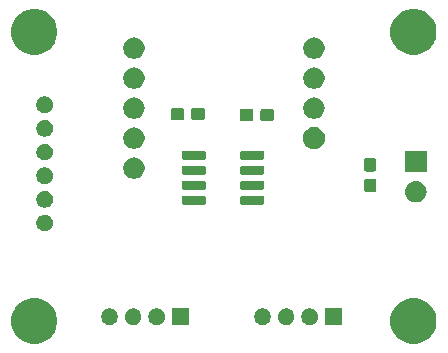
<source format=gbs>
G04 #@! TF.GenerationSoftware,KiCad,Pcbnew,(5.1.2)-1*
G04 #@! TF.CreationDate,2020-12-05T19:35:51+09:00*
G04 #@! TF.ProjectId,M5Atom_CAN,4d354174-6f6d-45f4-9341-4e2e6b696361,rev?*
G04 #@! TF.SameCoordinates,Original*
G04 #@! TF.FileFunction,Soldermask,Bot*
G04 #@! TF.FilePolarity,Negative*
%FSLAX46Y46*%
G04 Gerber Fmt 4.6, Leading zero omitted, Abs format (unit mm)*
G04 Created by KiCad (PCBNEW (5.1.2)-1) date 2020-12-05 19:35:51*
%MOMM*%
%LPD*%
G04 APERTURE LIST*
%ADD10C,0.100000*%
G04 APERTURE END LIST*
D10*
G36*
X166733085Y-134823975D02*
G01*
X167088143Y-134971045D01*
X167088145Y-134971046D01*
X167407690Y-135184559D01*
X167679441Y-135456310D01*
X167815501Y-135659939D01*
X167892955Y-135775857D01*
X168040025Y-136130915D01*
X168115000Y-136507842D01*
X168115000Y-136892158D01*
X168040025Y-137269085D01*
X167892955Y-137624143D01*
X167892954Y-137624145D01*
X167679441Y-137943690D01*
X167407690Y-138215441D01*
X167088145Y-138428954D01*
X167088144Y-138428955D01*
X167088143Y-138428955D01*
X166733085Y-138576025D01*
X166356158Y-138651000D01*
X165971842Y-138651000D01*
X165594915Y-138576025D01*
X165239857Y-138428955D01*
X165239856Y-138428955D01*
X165239855Y-138428954D01*
X164920310Y-138215441D01*
X164648559Y-137943690D01*
X164435046Y-137624145D01*
X164435045Y-137624143D01*
X164287975Y-137269085D01*
X164213000Y-136892158D01*
X164213000Y-136507842D01*
X164287975Y-136130915D01*
X164435045Y-135775857D01*
X164512499Y-135659939D01*
X164648559Y-135456310D01*
X164920310Y-135184559D01*
X165239855Y-134971046D01*
X165239857Y-134971045D01*
X165594915Y-134823975D01*
X165971842Y-134749000D01*
X166356158Y-134749000D01*
X166733085Y-134823975D01*
X166733085Y-134823975D01*
G37*
G36*
X134633085Y-134823975D02*
G01*
X134988143Y-134971045D01*
X134988145Y-134971046D01*
X135307690Y-135184559D01*
X135579441Y-135456310D01*
X135715501Y-135659939D01*
X135792955Y-135775857D01*
X135940025Y-136130915D01*
X136015000Y-136507842D01*
X136015000Y-136892158D01*
X135940025Y-137269085D01*
X135792955Y-137624143D01*
X135792954Y-137624145D01*
X135579441Y-137943690D01*
X135307690Y-138215441D01*
X134988145Y-138428954D01*
X134988144Y-138428955D01*
X134988143Y-138428955D01*
X134633085Y-138576025D01*
X134256158Y-138651000D01*
X133871842Y-138651000D01*
X133494915Y-138576025D01*
X133139857Y-138428955D01*
X133139856Y-138428955D01*
X133139855Y-138428954D01*
X132820310Y-138215441D01*
X132548559Y-137943690D01*
X132335046Y-137624145D01*
X132335045Y-137624143D01*
X132187975Y-137269085D01*
X132113000Y-136892158D01*
X132113000Y-136507842D01*
X132187975Y-136130915D01*
X132335045Y-135775857D01*
X132412499Y-135659939D01*
X132548559Y-135456310D01*
X132820310Y-135184559D01*
X133139855Y-134971046D01*
X133139857Y-134971045D01*
X133494915Y-134823975D01*
X133871842Y-134749000D01*
X134256158Y-134749000D01*
X134633085Y-134823975D01*
X134633085Y-134823975D01*
G37*
G36*
X147132000Y-137035000D02*
G01*
X145730000Y-137035000D01*
X145730000Y-135633000D01*
X147132000Y-135633000D01*
X147132000Y-137035000D01*
X147132000Y-137035000D01*
G37*
G36*
X144635473Y-135659938D02*
G01*
X144763049Y-135712782D01*
X144877859Y-135789495D01*
X144975505Y-135887141D01*
X145052218Y-136001951D01*
X145105062Y-136129527D01*
X145132000Y-136264956D01*
X145132000Y-136403044D01*
X145105062Y-136538473D01*
X145052218Y-136666049D01*
X144975505Y-136780859D01*
X144877859Y-136878505D01*
X144763049Y-136955218D01*
X144635473Y-137008062D01*
X144500044Y-137035000D01*
X144361956Y-137035000D01*
X144226527Y-137008062D01*
X144098951Y-136955218D01*
X143984141Y-136878505D01*
X143886495Y-136780859D01*
X143809782Y-136666049D01*
X143756938Y-136538473D01*
X143730000Y-136403044D01*
X143730000Y-136264956D01*
X143756938Y-136129527D01*
X143809782Y-136001951D01*
X143886495Y-135887141D01*
X143984141Y-135789495D01*
X144098951Y-135712782D01*
X144226527Y-135659938D01*
X144361956Y-135633000D01*
X144500044Y-135633000D01*
X144635473Y-135659938D01*
X144635473Y-135659938D01*
G37*
G36*
X142635473Y-135659938D02*
G01*
X142763049Y-135712782D01*
X142877859Y-135789495D01*
X142975505Y-135887141D01*
X143052218Y-136001951D01*
X143105062Y-136129527D01*
X143132000Y-136264956D01*
X143132000Y-136403044D01*
X143105062Y-136538473D01*
X143052218Y-136666049D01*
X142975505Y-136780859D01*
X142877859Y-136878505D01*
X142763049Y-136955218D01*
X142635473Y-137008062D01*
X142500044Y-137035000D01*
X142361956Y-137035000D01*
X142226527Y-137008062D01*
X142098951Y-136955218D01*
X141984141Y-136878505D01*
X141886495Y-136780859D01*
X141809782Y-136666049D01*
X141756938Y-136538473D01*
X141730000Y-136403044D01*
X141730000Y-136264956D01*
X141756938Y-136129527D01*
X141809782Y-136001951D01*
X141886495Y-135887141D01*
X141984141Y-135789495D01*
X142098951Y-135712782D01*
X142226527Y-135659938D01*
X142361956Y-135633000D01*
X142500044Y-135633000D01*
X142635473Y-135659938D01*
X142635473Y-135659938D01*
G37*
G36*
X140635473Y-135659938D02*
G01*
X140763049Y-135712782D01*
X140877859Y-135789495D01*
X140975505Y-135887141D01*
X141052218Y-136001951D01*
X141105062Y-136129527D01*
X141132000Y-136264956D01*
X141132000Y-136403044D01*
X141105062Y-136538473D01*
X141052218Y-136666049D01*
X140975505Y-136780859D01*
X140877859Y-136878505D01*
X140763049Y-136955218D01*
X140635473Y-137008062D01*
X140500044Y-137035000D01*
X140361956Y-137035000D01*
X140226527Y-137008062D01*
X140098951Y-136955218D01*
X139984141Y-136878505D01*
X139886495Y-136780859D01*
X139809782Y-136666049D01*
X139756938Y-136538473D01*
X139730000Y-136403044D01*
X139730000Y-136264956D01*
X139756938Y-136129527D01*
X139809782Y-136001951D01*
X139886495Y-135887141D01*
X139984141Y-135789495D01*
X140098951Y-135712782D01*
X140226527Y-135659938D01*
X140361956Y-135633000D01*
X140500044Y-135633000D01*
X140635473Y-135659938D01*
X140635473Y-135659938D01*
G37*
G36*
X160086000Y-137035000D02*
G01*
X158684000Y-137035000D01*
X158684000Y-135633000D01*
X160086000Y-135633000D01*
X160086000Y-137035000D01*
X160086000Y-137035000D01*
G37*
G36*
X157589473Y-135659938D02*
G01*
X157717049Y-135712782D01*
X157831859Y-135789495D01*
X157929505Y-135887141D01*
X158006218Y-136001951D01*
X158059062Y-136129527D01*
X158086000Y-136264956D01*
X158086000Y-136403044D01*
X158059062Y-136538473D01*
X158006218Y-136666049D01*
X157929505Y-136780859D01*
X157831859Y-136878505D01*
X157717049Y-136955218D01*
X157589473Y-137008062D01*
X157454044Y-137035000D01*
X157315956Y-137035000D01*
X157180527Y-137008062D01*
X157052951Y-136955218D01*
X156938141Y-136878505D01*
X156840495Y-136780859D01*
X156763782Y-136666049D01*
X156710938Y-136538473D01*
X156684000Y-136403044D01*
X156684000Y-136264956D01*
X156710938Y-136129527D01*
X156763782Y-136001951D01*
X156840495Y-135887141D01*
X156938141Y-135789495D01*
X157052951Y-135712782D01*
X157180527Y-135659938D01*
X157315956Y-135633000D01*
X157454044Y-135633000D01*
X157589473Y-135659938D01*
X157589473Y-135659938D01*
G37*
G36*
X155589473Y-135659938D02*
G01*
X155717049Y-135712782D01*
X155831859Y-135789495D01*
X155929505Y-135887141D01*
X156006218Y-136001951D01*
X156059062Y-136129527D01*
X156086000Y-136264956D01*
X156086000Y-136403044D01*
X156059062Y-136538473D01*
X156006218Y-136666049D01*
X155929505Y-136780859D01*
X155831859Y-136878505D01*
X155717049Y-136955218D01*
X155589473Y-137008062D01*
X155454044Y-137035000D01*
X155315956Y-137035000D01*
X155180527Y-137008062D01*
X155052951Y-136955218D01*
X154938141Y-136878505D01*
X154840495Y-136780859D01*
X154763782Y-136666049D01*
X154710938Y-136538473D01*
X154684000Y-136403044D01*
X154684000Y-136264956D01*
X154710938Y-136129527D01*
X154763782Y-136001951D01*
X154840495Y-135887141D01*
X154938141Y-135789495D01*
X155052951Y-135712782D01*
X155180527Y-135659938D01*
X155315956Y-135633000D01*
X155454044Y-135633000D01*
X155589473Y-135659938D01*
X155589473Y-135659938D01*
G37*
G36*
X153589473Y-135659938D02*
G01*
X153717049Y-135712782D01*
X153831859Y-135789495D01*
X153929505Y-135887141D01*
X154006218Y-136001951D01*
X154059062Y-136129527D01*
X154086000Y-136264956D01*
X154086000Y-136403044D01*
X154059062Y-136538473D01*
X154006218Y-136666049D01*
X153929505Y-136780859D01*
X153831859Y-136878505D01*
X153717049Y-136955218D01*
X153589473Y-137008062D01*
X153454044Y-137035000D01*
X153315956Y-137035000D01*
X153180527Y-137008062D01*
X153052951Y-136955218D01*
X152938141Y-136878505D01*
X152840495Y-136780859D01*
X152763782Y-136666049D01*
X152710938Y-136538473D01*
X152684000Y-136403044D01*
X152684000Y-136264956D01*
X152710938Y-136129527D01*
X152763782Y-136001951D01*
X152840495Y-135887141D01*
X152938141Y-135789495D01*
X153052951Y-135712782D01*
X153180527Y-135659938D01*
X153315956Y-135633000D01*
X153454044Y-135633000D01*
X153589473Y-135659938D01*
X153589473Y-135659938D01*
G37*
G36*
X135142473Y-127722938D02*
G01*
X135270049Y-127775782D01*
X135384859Y-127852495D01*
X135482505Y-127950141D01*
X135559218Y-128064951D01*
X135612062Y-128192527D01*
X135639000Y-128327956D01*
X135639000Y-128466044D01*
X135612062Y-128601473D01*
X135559218Y-128729049D01*
X135482505Y-128843859D01*
X135384859Y-128941505D01*
X135270049Y-129018218D01*
X135142473Y-129071062D01*
X135007044Y-129098000D01*
X134868956Y-129098000D01*
X134733527Y-129071062D01*
X134605951Y-129018218D01*
X134491141Y-128941505D01*
X134393495Y-128843859D01*
X134316782Y-128729049D01*
X134263938Y-128601473D01*
X134237000Y-128466044D01*
X134237000Y-128327956D01*
X134263938Y-128192527D01*
X134316782Y-128064951D01*
X134393495Y-127950141D01*
X134491141Y-127852495D01*
X134605951Y-127775782D01*
X134733527Y-127722938D01*
X134868956Y-127696000D01*
X135007044Y-127696000D01*
X135142473Y-127722938D01*
X135142473Y-127722938D01*
G37*
G36*
X135142473Y-125722938D02*
G01*
X135270049Y-125775782D01*
X135384859Y-125852495D01*
X135482505Y-125950141D01*
X135559218Y-126064951D01*
X135612062Y-126192527D01*
X135639000Y-126327956D01*
X135639000Y-126466044D01*
X135612062Y-126601473D01*
X135559218Y-126729049D01*
X135482505Y-126843859D01*
X135384859Y-126941505D01*
X135270049Y-127018218D01*
X135142473Y-127071062D01*
X135007044Y-127098000D01*
X134868956Y-127098000D01*
X134733527Y-127071062D01*
X134605951Y-127018218D01*
X134491141Y-126941505D01*
X134393495Y-126843859D01*
X134316782Y-126729049D01*
X134263938Y-126601473D01*
X134237000Y-126466044D01*
X134237000Y-126327956D01*
X134263938Y-126192527D01*
X134316782Y-126064951D01*
X134393495Y-125950141D01*
X134491141Y-125852495D01*
X134605951Y-125775782D01*
X134733527Y-125722938D01*
X134868956Y-125696000D01*
X135007044Y-125696000D01*
X135142473Y-125722938D01*
X135142473Y-125722938D01*
G37*
G36*
X148509928Y-126143764D02*
G01*
X148531009Y-126150160D01*
X148550445Y-126160548D01*
X148567476Y-126174524D01*
X148581452Y-126191555D01*
X148591840Y-126210991D01*
X148598236Y-126232072D01*
X148601000Y-126260140D01*
X148601000Y-126723860D01*
X148598236Y-126751928D01*
X148591840Y-126773009D01*
X148581452Y-126792445D01*
X148567476Y-126809476D01*
X148550445Y-126823452D01*
X148531009Y-126833840D01*
X148509928Y-126840236D01*
X148481860Y-126843000D01*
X146668140Y-126843000D01*
X146640072Y-126840236D01*
X146618991Y-126833840D01*
X146599555Y-126823452D01*
X146582524Y-126809476D01*
X146568548Y-126792445D01*
X146558160Y-126773009D01*
X146551764Y-126751928D01*
X146549000Y-126723860D01*
X146549000Y-126260140D01*
X146551764Y-126232072D01*
X146558160Y-126210991D01*
X146568548Y-126191555D01*
X146582524Y-126174524D01*
X146599555Y-126160548D01*
X146618991Y-126150160D01*
X146640072Y-126143764D01*
X146668140Y-126141000D01*
X148481860Y-126141000D01*
X148509928Y-126143764D01*
X148509928Y-126143764D01*
G37*
G36*
X153459928Y-126143764D02*
G01*
X153481009Y-126150160D01*
X153500445Y-126160548D01*
X153517476Y-126174524D01*
X153531452Y-126191555D01*
X153541840Y-126210991D01*
X153548236Y-126232072D01*
X153551000Y-126260140D01*
X153551000Y-126723860D01*
X153548236Y-126751928D01*
X153541840Y-126773009D01*
X153531452Y-126792445D01*
X153517476Y-126809476D01*
X153500445Y-126823452D01*
X153481009Y-126833840D01*
X153459928Y-126840236D01*
X153431860Y-126843000D01*
X151618140Y-126843000D01*
X151590072Y-126840236D01*
X151568991Y-126833840D01*
X151549555Y-126823452D01*
X151532524Y-126809476D01*
X151518548Y-126792445D01*
X151508160Y-126773009D01*
X151501764Y-126751928D01*
X151499000Y-126723860D01*
X151499000Y-126260140D01*
X151501764Y-126232072D01*
X151508160Y-126210991D01*
X151518548Y-126191555D01*
X151532524Y-126174524D01*
X151549555Y-126160548D01*
X151568991Y-126150160D01*
X151590072Y-126143764D01*
X151618140Y-126141000D01*
X153431860Y-126141000D01*
X153459928Y-126143764D01*
X153459928Y-126143764D01*
G37*
G36*
X166480443Y-124860519D02*
G01*
X166546627Y-124867037D01*
X166716466Y-124918557D01*
X166872991Y-125002222D01*
X166892482Y-125018218D01*
X167010186Y-125114814D01*
X167093448Y-125216271D01*
X167122778Y-125252009D01*
X167206443Y-125408534D01*
X167257963Y-125578373D01*
X167275359Y-125755000D01*
X167257963Y-125931627D01*
X167217519Y-126064952D01*
X167206442Y-126101468D01*
X167183834Y-126143764D01*
X167122778Y-126257991D01*
X167121014Y-126260140D01*
X167010186Y-126395186D01*
X166923846Y-126466042D01*
X166872991Y-126507778D01*
X166716466Y-126591443D01*
X166546627Y-126642963D01*
X166480443Y-126649481D01*
X166414260Y-126656000D01*
X166325740Y-126656000D01*
X166259557Y-126649481D01*
X166193373Y-126642963D01*
X166023534Y-126591443D01*
X165867009Y-126507778D01*
X165816154Y-126466042D01*
X165729814Y-126395186D01*
X165618986Y-126260140D01*
X165617222Y-126257991D01*
X165556166Y-126143764D01*
X165533558Y-126101468D01*
X165522481Y-126064952D01*
X165482037Y-125931627D01*
X165464641Y-125755000D01*
X165482037Y-125578373D01*
X165533557Y-125408534D01*
X165617222Y-125252009D01*
X165646552Y-125216271D01*
X165729814Y-125114814D01*
X165847518Y-125018218D01*
X165867009Y-125002222D01*
X166023534Y-124918557D01*
X166193373Y-124867037D01*
X166259557Y-124860519D01*
X166325740Y-124854000D01*
X166414260Y-124854000D01*
X166480443Y-124860519D01*
X166480443Y-124860519D01*
G37*
G36*
X162860999Y-124650445D02*
G01*
X162898495Y-124661820D01*
X162933054Y-124680292D01*
X162963347Y-124705153D01*
X162988208Y-124735446D01*
X163006680Y-124770005D01*
X163018055Y-124807501D01*
X163022500Y-124852638D01*
X163022500Y-125591362D01*
X163018055Y-125636499D01*
X163006680Y-125673995D01*
X162988208Y-125708554D01*
X162963347Y-125738847D01*
X162933054Y-125763708D01*
X162898495Y-125782180D01*
X162860999Y-125793555D01*
X162815862Y-125798000D01*
X162177138Y-125798000D01*
X162132001Y-125793555D01*
X162094505Y-125782180D01*
X162059946Y-125763708D01*
X162029653Y-125738847D01*
X162004792Y-125708554D01*
X161986320Y-125673995D01*
X161974945Y-125636499D01*
X161970500Y-125591362D01*
X161970500Y-124852638D01*
X161974945Y-124807501D01*
X161986320Y-124770005D01*
X162004792Y-124735446D01*
X162029653Y-124705153D01*
X162059946Y-124680292D01*
X162094505Y-124661820D01*
X162132001Y-124650445D01*
X162177138Y-124646000D01*
X162815862Y-124646000D01*
X162860999Y-124650445D01*
X162860999Y-124650445D01*
G37*
G36*
X148509928Y-124873764D02*
G01*
X148531009Y-124880160D01*
X148550445Y-124890548D01*
X148567476Y-124904524D01*
X148581452Y-124921555D01*
X148591840Y-124940991D01*
X148598236Y-124962072D01*
X148601000Y-124990140D01*
X148601000Y-125453860D01*
X148598236Y-125481928D01*
X148591840Y-125503009D01*
X148581452Y-125522445D01*
X148567476Y-125539476D01*
X148550445Y-125553452D01*
X148531009Y-125563840D01*
X148509928Y-125570236D01*
X148481860Y-125573000D01*
X146668140Y-125573000D01*
X146640072Y-125570236D01*
X146618991Y-125563840D01*
X146599555Y-125553452D01*
X146582524Y-125539476D01*
X146568548Y-125522445D01*
X146558160Y-125503009D01*
X146551764Y-125481928D01*
X146549000Y-125453860D01*
X146549000Y-124990140D01*
X146551764Y-124962072D01*
X146558160Y-124940991D01*
X146568548Y-124921555D01*
X146582524Y-124904524D01*
X146599555Y-124890548D01*
X146618991Y-124880160D01*
X146640072Y-124873764D01*
X146668140Y-124871000D01*
X148481860Y-124871000D01*
X148509928Y-124873764D01*
X148509928Y-124873764D01*
G37*
G36*
X153459928Y-124873764D02*
G01*
X153481009Y-124880160D01*
X153500445Y-124890548D01*
X153517476Y-124904524D01*
X153531452Y-124921555D01*
X153541840Y-124940991D01*
X153548236Y-124962072D01*
X153551000Y-124990140D01*
X153551000Y-125453860D01*
X153548236Y-125481928D01*
X153541840Y-125503009D01*
X153531452Y-125522445D01*
X153517476Y-125539476D01*
X153500445Y-125553452D01*
X153481009Y-125563840D01*
X153459928Y-125570236D01*
X153431860Y-125573000D01*
X151618140Y-125573000D01*
X151590072Y-125570236D01*
X151568991Y-125563840D01*
X151549555Y-125553452D01*
X151532524Y-125539476D01*
X151518548Y-125522445D01*
X151508160Y-125503009D01*
X151501764Y-125481928D01*
X151499000Y-125453860D01*
X151499000Y-124990140D01*
X151501764Y-124962072D01*
X151508160Y-124940991D01*
X151518548Y-124921555D01*
X151532524Y-124904524D01*
X151549555Y-124890548D01*
X151568991Y-124880160D01*
X151590072Y-124873764D01*
X151618140Y-124871000D01*
X153431860Y-124871000D01*
X153459928Y-124873764D01*
X153459928Y-124873764D01*
G37*
G36*
X135142473Y-123722938D02*
G01*
X135270049Y-123775782D01*
X135384859Y-123852495D01*
X135482505Y-123950141D01*
X135559218Y-124064951D01*
X135612062Y-124192527D01*
X135639000Y-124327956D01*
X135639000Y-124466044D01*
X135612062Y-124601473D01*
X135559218Y-124729049D01*
X135482505Y-124843859D01*
X135384859Y-124941505D01*
X135270049Y-125018218D01*
X135142473Y-125071062D01*
X135007044Y-125098000D01*
X134868956Y-125098000D01*
X134733527Y-125071062D01*
X134605951Y-125018218D01*
X134491141Y-124941505D01*
X134393495Y-124843859D01*
X134316782Y-124729049D01*
X134263938Y-124601473D01*
X134237000Y-124466044D01*
X134237000Y-124327956D01*
X134263938Y-124192527D01*
X134316782Y-124064951D01*
X134393495Y-123950141D01*
X134491141Y-123852495D01*
X134605951Y-123775782D01*
X134733527Y-123722938D01*
X134868956Y-123696000D01*
X135007044Y-123696000D01*
X135142473Y-123722938D01*
X135142473Y-123722938D01*
G37*
G36*
X142607512Y-122865927D02*
G01*
X142756812Y-122895624D01*
X142920784Y-122963544D01*
X143068354Y-123062147D01*
X143193853Y-123187646D01*
X143292456Y-123335216D01*
X143360376Y-123499188D01*
X143395000Y-123673259D01*
X143395000Y-123850741D01*
X143360376Y-124024812D01*
X143292456Y-124188784D01*
X143193853Y-124336354D01*
X143068354Y-124461853D01*
X142920784Y-124560456D01*
X142756812Y-124628376D01*
X142607512Y-124658073D01*
X142582742Y-124663000D01*
X142405258Y-124663000D01*
X142380488Y-124658073D01*
X142231188Y-124628376D01*
X142067216Y-124560456D01*
X141919646Y-124461853D01*
X141794147Y-124336354D01*
X141695544Y-124188784D01*
X141627624Y-124024812D01*
X141593000Y-123850741D01*
X141593000Y-123673259D01*
X141627624Y-123499188D01*
X141695544Y-123335216D01*
X141794147Y-123187646D01*
X141919646Y-123062147D01*
X142067216Y-122963544D01*
X142231188Y-122895624D01*
X142380488Y-122865927D01*
X142405258Y-122861000D01*
X142582742Y-122861000D01*
X142607512Y-122865927D01*
X142607512Y-122865927D01*
G37*
G36*
X153459928Y-123603764D02*
G01*
X153481009Y-123610160D01*
X153500445Y-123620548D01*
X153517476Y-123634524D01*
X153531452Y-123651555D01*
X153541840Y-123670991D01*
X153548236Y-123692072D01*
X153551000Y-123720140D01*
X153551000Y-124183860D01*
X153548236Y-124211928D01*
X153541840Y-124233009D01*
X153531452Y-124252445D01*
X153517476Y-124269476D01*
X153500445Y-124283452D01*
X153481009Y-124293840D01*
X153459928Y-124300236D01*
X153431860Y-124303000D01*
X151618140Y-124303000D01*
X151590072Y-124300236D01*
X151568991Y-124293840D01*
X151549555Y-124283452D01*
X151532524Y-124269476D01*
X151518548Y-124252445D01*
X151508160Y-124233009D01*
X151501764Y-124211928D01*
X151499000Y-124183860D01*
X151499000Y-123720140D01*
X151501764Y-123692072D01*
X151508160Y-123670991D01*
X151518548Y-123651555D01*
X151532524Y-123634524D01*
X151549555Y-123620548D01*
X151568991Y-123610160D01*
X151590072Y-123603764D01*
X151618140Y-123601000D01*
X153431860Y-123601000D01*
X153459928Y-123603764D01*
X153459928Y-123603764D01*
G37*
G36*
X148509928Y-123603764D02*
G01*
X148531009Y-123610160D01*
X148550445Y-123620548D01*
X148567476Y-123634524D01*
X148581452Y-123651555D01*
X148591840Y-123670991D01*
X148598236Y-123692072D01*
X148601000Y-123720140D01*
X148601000Y-124183860D01*
X148598236Y-124211928D01*
X148591840Y-124233009D01*
X148581452Y-124252445D01*
X148567476Y-124269476D01*
X148550445Y-124283452D01*
X148531009Y-124293840D01*
X148509928Y-124300236D01*
X148481860Y-124303000D01*
X146668140Y-124303000D01*
X146640072Y-124300236D01*
X146618991Y-124293840D01*
X146599555Y-124283452D01*
X146582524Y-124269476D01*
X146568548Y-124252445D01*
X146558160Y-124233009D01*
X146551764Y-124211928D01*
X146549000Y-124183860D01*
X146549000Y-123720140D01*
X146551764Y-123692072D01*
X146558160Y-123670991D01*
X146568548Y-123651555D01*
X146582524Y-123634524D01*
X146599555Y-123620548D01*
X146618991Y-123610160D01*
X146640072Y-123603764D01*
X146668140Y-123601000D01*
X148481860Y-123601000D01*
X148509928Y-123603764D01*
X148509928Y-123603764D01*
G37*
G36*
X167271000Y-124116000D02*
G01*
X165469000Y-124116000D01*
X165469000Y-122314000D01*
X167271000Y-122314000D01*
X167271000Y-124116000D01*
X167271000Y-124116000D01*
G37*
G36*
X162860999Y-122900445D02*
G01*
X162898495Y-122911820D01*
X162933054Y-122930292D01*
X162963347Y-122955153D01*
X162988208Y-122985446D01*
X163006680Y-123020005D01*
X163018055Y-123057501D01*
X163022500Y-123102638D01*
X163022500Y-123841362D01*
X163018055Y-123886499D01*
X163006680Y-123923995D01*
X162988208Y-123958554D01*
X162963347Y-123988847D01*
X162933054Y-124013708D01*
X162898495Y-124032180D01*
X162860999Y-124043555D01*
X162815862Y-124048000D01*
X162177138Y-124048000D01*
X162132001Y-124043555D01*
X162094505Y-124032180D01*
X162059946Y-124013708D01*
X162029653Y-123988847D01*
X162004792Y-123958554D01*
X161986320Y-123923995D01*
X161974945Y-123886499D01*
X161970500Y-123841362D01*
X161970500Y-123102638D01*
X161974945Y-123057501D01*
X161986320Y-123020005D01*
X162004792Y-122985446D01*
X162029653Y-122955153D01*
X162059946Y-122930292D01*
X162094505Y-122911820D01*
X162132001Y-122900445D01*
X162177138Y-122896000D01*
X162815862Y-122896000D01*
X162860999Y-122900445D01*
X162860999Y-122900445D01*
G37*
G36*
X135142473Y-121722938D02*
G01*
X135270049Y-121775782D01*
X135384859Y-121852495D01*
X135482505Y-121950141D01*
X135559218Y-122064951D01*
X135612062Y-122192527D01*
X135639000Y-122327956D01*
X135639000Y-122466044D01*
X135612062Y-122601473D01*
X135559218Y-122729049D01*
X135482505Y-122843859D01*
X135384859Y-122941505D01*
X135270049Y-123018218D01*
X135142473Y-123071062D01*
X135007044Y-123098000D01*
X134868956Y-123098000D01*
X134733527Y-123071062D01*
X134605951Y-123018218D01*
X134491141Y-122941505D01*
X134393495Y-122843859D01*
X134316782Y-122729049D01*
X134263938Y-122601473D01*
X134237000Y-122466044D01*
X134237000Y-122327956D01*
X134263938Y-122192527D01*
X134316782Y-122064951D01*
X134393495Y-121950141D01*
X134491141Y-121852495D01*
X134605951Y-121775782D01*
X134733527Y-121722938D01*
X134868956Y-121696000D01*
X135007044Y-121696000D01*
X135142473Y-121722938D01*
X135142473Y-121722938D01*
G37*
G36*
X153459928Y-122333764D02*
G01*
X153481009Y-122340160D01*
X153500445Y-122350548D01*
X153517476Y-122364524D01*
X153531452Y-122381555D01*
X153541840Y-122400991D01*
X153548236Y-122422072D01*
X153551000Y-122450140D01*
X153551000Y-122913860D01*
X153548236Y-122941928D01*
X153541840Y-122963009D01*
X153531452Y-122982445D01*
X153517476Y-122999476D01*
X153500445Y-123013452D01*
X153481009Y-123023840D01*
X153459928Y-123030236D01*
X153431860Y-123033000D01*
X151618140Y-123033000D01*
X151590072Y-123030236D01*
X151568991Y-123023840D01*
X151549555Y-123013452D01*
X151532524Y-122999476D01*
X151518548Y-122982445D01*
X151508160Y-122963009D01*
X151501764Y-122941928D01*
X151499000Y-122913860D01*
X151499000Y-122450140D01*
X151501764Y-122422072D01*
X151508160Y-122400991D01*
X151518548Y-122381555D01*
X151532524Y-122364524D01*
X151549555Y-122350548D01*
X151568991Y-122340160D01*
X151590072Y-122333764D01*
X151618140Y-122331000D01*
X153431860Y-122331000D01*
X153459928Y-122333764D01*
X153459928Y-122333764D01*
G37*
G36*
X148509928Y-122333764D02*
G01*
X148531009Y-122340160D01*
X148550445Y-122350548D01*
X148567476Y-122364524D01*
X148581452Y-122381555D01*
X148591840Y-122400991D01*
X148598236Y-122422072D01*
X148601000Y-122450140D01*
X148601000Y-122913860D01*
X148598236Y-122941928D01*
X148591840Y-122963009D01*
X148581452Y-122982445D01*
X148567476Y-122999476D01*
X148550445Y-123013452D01*
X148531009Y-123023840D01*
X148509928Y-123030236D01*
X148481860Y-123033000D01*
X146668140Y-123033000D01*
X146640072Y-123030236D01*
X146618991Y-123023840D01*
X146599555Y-123013452D01*
X146582524Y-122999476D01*
X146568548Y-122982445D01*
X146558160Y-122963009D01*
X146551764Y-122941928D01*
X146549000Y-122913860D01*
X146549000Y-122450140D01*
X146551764Y-122422072D01*
X146558160Y-122400991D01*
X146568548Y-122381555D01*
X146582524Y-122364524D01*
X146599555Y-122350548D01*
X146618991Y-122340160D01*
X146640072Y-122333764D01*
X146668140Y-122331000D01*
X148481860Y-122331000D01*
X148509928Y-122333764D01*
X148509928Y-122333764D01*
G37*
G36*
X158007925Y-120318988D02*
G01*
X158178829Y-120389779D01*
X158178831Y-120389780D01*
X158229362Y-120423544D01*
X158332641Y-120492553D01*
X158463447Y-120623359D01*
X158566221Y-120777171D01*
X158637012Y-120948075D01*
X158673100Y-121129505D01*
X158673100Y-121314495D01*
X158637012Y-121495925D01*
X158566221Y-121666829D01*
X158566220Y-121666831D01*
X158463447Y-121820641D01*
X158332641Y-121951447D01*
X158178831Y-122054220D01*
X158178830Y-122054221D01*
X158178829Y-122054221D01*
X158007925Y-122125012D01*
X157826495Y-122161100D01*
X157641505Y-122161100D01*
X157460075Y-122125012D01*
X157289171Y-122054221D01*
X157289170Y-122054221D01*
X157289169Y-122054220D01*
X157135359Y-121951447D01*
X157004553Y-121820641D01*
X156901780Y-121666831D01*
X156901779Y-121666829D01*
X156830988Y-121495925D01*
X156794900Y-121314495D01*
X156794900Y-121129505D01*
X156830988Y-120948075D01*
X156901779Y-120777171D01*
X157004553Y-120623359D01*
X157135359Y-120492553D01*
X157238638Y-120423544D01*
X157289169Y-120389780D01*
X157289171Y-120389779D01*
X157460075Y-120318988D01*
X157641505Y-120282900D01*
X157826495Y-120282900D01*
X158007925Y-120318988D01*
X158007925Y-120318988D01*
G37*
G36*
X142607512Y-120325927D02*
G01*
X142756812Y-120355624D01*
X142920784Y-120423544D01*
X143068354Y-120522147D01*
X143193853Y-120647646D01*
X143292456Y-120795216D01*
X143360376Y-120959188D01*
X143395000Y-121133259D01*
X143395000Y-121310741D01*
X143360376Y-121484812D01*
X143292456Y-121648784D01*
X143193853Y-121796354D01*
X143068354Y-121921853D01*
X142920784Y-122020456D01*
X142756812Y-122088376D01*
X142607512Y-122118073D01*
X142582742Y-122123000D01*
X142405258Y-122123000D01*
X142380488Y-122118073D01*
X142231188Y-122088376D01*
X142067216Y-122020456D01*
X141919646Y-121921853D01*
X141794147Y-121796354D01*
X141695544Y-121648784D01*
X141627624Y-121484812D01*
X141593000Y-121310741D01*
X141593000Y-121133259D01*
X141627624Y-120959188D01*
X141695544Y-120795216D01*
X141794147Y-120647646D01*
X141919646Y-120522147D01*
X142067216Y-120423544D01*
X142231188Y-120355624D01*
X142380488Y-120325927D01*
X142405258Y-120321000D01*
X142582742Y-120321000D01*
X142607512Y-120325927D01*
X142607512Y-120325927D01*
G37*
G36*
X135142473Y-119722938D02*
G01*
X135270049Y-119775782D01*
X135384859Y-119852495D01*
X135482505Y-119950141D01*
X135559218Y-120064951D01*
X135612062Y-120192527D01*
X135639000Y-120327956D01*
X135639000Y-120466044D01*
X135612062Y-120601473D01*
X135559218Y-120729049D01*
X135482505Y-120843859D01*
X135384859Y-120941505D01*
X135270049Y-121018218D01*
X135142473Y-121071062D01*
X135007044Y-121098000D01*
X134868956Y-121098000D01*
X134733527Y-121071062D01*
X134605951Y-121018218D01*
X134491141Y-120941505D01*
X134393495Y-120843859D01*
X134316782Y-120729049D01*
X134263938Y-120601473D01*
X134237000Y-120466044D01*
X134237000Y-120327956D01*
X134263938Y-120192527D01*
X134316782Y-120064951D01*
X134393495Y-119950141D01*
X134491141Y-119852495D01*
X134605951Y-119775782D01*
X134733527Y-119722938D01*
X134868956Y-119696000D01*
X135007044Y-119696000D01*
X135142473Y-119722938D01*
X135142473Y-119722938D01*
G37*
G36*
X154197499Y-118731445D02*
G01*
X154234995Y-118742820D01*
X154269554Y-118761292D01*
X154299847Y-118786153D01*
X154324708Y-118816446D01*
X154343180Y-118851005D01*
X154354555Y-118888501D01*
X154359000Y-118933638D01*
X154359000Y-119572362D01*
X154354555Y-119617499D01*
X154343180Y-119654995D01*
X154324708Y-119689554D01*
X154299847Y-119719847D01*
X154269554Y-119744708D01*
X154234995Y-119763180D01*
X154197499Y-119774555D01*
X154152362Y-119779000D01*
X153413638Y-119779000D01*
X153368501Y-119774555D01*
X153331005Y-119763180D01*
X153296446Y-119744708D01*
X153266153Y-119719847D01*
X153241292Y-119689554D01*
X153222820Y-119654995D01*
X153211445Y-119617499D01*
X153207000Y-119572362D01*
X153207000Y-118933638D01*
X153211445Y-118888501D01*
X153222820Y-118851005D01*
X153241292Y-118816446D01*
X153266153Y-118786153D01*
X153296446Y-118761292D01*
X153331005Y-118742820D01*
X153368501Y-118731445D01*
X153413638Y-118727000D01*
X154152362Y-118727000D01*
X154197499Y-118731445D01*
X154197499Y-118731445D01*
G37*
G36*
X152447499Y-118731445D02*
G01*
X152484995Y-118742820D01*
X152519554Y-118761292D01*
X152549847Y-118786153D01*
X152574708Y-118816446D01*
X152593180Y-118851005D01*
X152604555Y-118888501D01*
X152609000Y-118933638D01*
X152609000Y-119572362D01*
X152604555Y-119617499D01*
X152593180Y-119654995D01*
X152574708Y-119689554D01*
X152549847Y-119719847D01*
X152519554Y-119744708D01*
X152484995Y-119763180D01*
X152447499Y-119774555D01*
X152402362Y-119779000D01*
X151663638Y-119779000D01*
X151618501Y-119774555D01*
X151581005Y-119763180D01*
X151546446Y-119744708D01*
X151516153Y-119719847D01*
X151491292Y-119689554D01*
X151472820Y-119654995D01*
X151461445Y-119617499D01*
X151457000Y-119572362D01*
X151457000Y-118933638D01*
X151461445Y-118888501D01*
X151472820Y-118851005D01*
X151491292Y-118816446D01*
X151516153Y-118786153D01*
X151546446Y-118761292D01*
X151581005Y-118742820D01*
X151618501Y-118731445D01*
X151663638Y-118727000D01*
X152402362Y-118727000D01*
X152447499Y-118731445D01*
X152447499Y-118731445D01*
G37*
G36*
X148341499Y-118668445D02*
G01*
X148378995Y-118679820D01*
X148413554Y-118698292D01*
X148443847Y-118723153D01*
X148468708Y-118753446D01*
X148487180Y-118788005D01*
X148498555Y-118825501D01*
X148503000Y-118870638D01*
X148503000Y-119509362D01*
X148498555Y-119554499D01*
X148487180Y-119591995D01*
X148468708Y-119626554D01*
X148443847Y-119656847D01*
X148413554Y-119681708D01*
X148378995Y-119700180D01*
X148341499Y-119711555D01*
X148296362Y-119716000D01*
X147557638Y-119716000D01*
X147512501Y-119711555D01*
X147475005Y-119700180D01*
X147440446Y-119681708D01*
X147410153Y-119656847D01*
X147385292Y-119626554D01*
X147366820Y-119591995D01*
X147355445Y-119554499D01*
X147351000Y-119509362D01*
X147351000Y-118870638D01*
X147355445Y-118825501D01*
X147366820Y-118788005D01*
X147385292Y-118753446D01*
X147410153Y-118723153D01*
X147440446Y-118698292D01*
X147475005Y-118679820D01*
X147512501Y-118668445D01*
X147557638Y-118664000D01*
X148296362Y-118664000D01*
X148341499Y-118668445D01*
X148341499Y-118668445D01*
G37*
G36*
X146591499Y-118668445D02*
G01*
X146628995Y-118679820D01*
X146663554Y-118698292D01*
X146693847Y-118723153D01*
X146718708Y-118753446D01*
X146737180Y-118788005D01*
X146748555Y-118825501D01*
X146753000Y-118870638D01*
X146753000Y-119509362D01*
X146748555Y-119554499D01*
X146737180Y-119591995D01*
X146718708Y-119626554D01*
X146693847Y-119656847D01*
X146663554Y-119681708D01*
X146628995Y-119700180D01*
X146591499Y-119711555D01*
X146546362Y-119716000D01*
X145807638Y-119716000D01*
X145762501Y-119711555D01*
X145725005Y-119700180D01*
X145690446Y-119681708D01*
X145660153Y-119656847D01*
X145635292Y-119626554D01*
X145616820Y-119591995D01*
X145605445Y-119554499D01*
X145601000Y-119509362D01*
X145601000Y-118870638D01*
X145605445Y-118825501D01*
X145616820Y-118788005D01*
X145635292Y-118753446D01*
X145660153Y-118723153D01*
X145690446Y-118698292D01*
X145725005Y-118679820D01*
X145762501Y-118668445D01*
X145807638Y-118664000D01*
X146546362Y-118664000D01*
X146591499Y-118668445D01*
X146591499Y-118668445D01*
G37*
G36*
X157847512Y-117785927D02*
G01*
X157996812Y-117815624D01*
X158160784Y-117883544D01*
X158308354Y-117982147D01*
X158433853Y-118107646D01*
X158532456Y-118255216D01*
X158600376Y-118419188D01*
X158630073Y-118568488D01*
X158635000Y-118593258D01*
X158635000Y-118770742D01*
X158631566Y-118788005D01*
X158600376Y-118944812D01*
X158532456Y-119108784D01*
X158433853Y-119256354D01*
X158308354Y-119381853D01*
X158160784Y-119480456D01*
X157996812Y-119548376D01*
X157847512Y-119578073D01*
X157822742Y-119583000D01*
X157645258Y-119583000D01*
X157620488Y-119578073D01*
X157471188Y-119548376D01*
X157307216Y-119480456D01*
X157159646Y-119381853D01*
X157034147Y-119256354D01*
X156935544Y-119108784D01*
X156867624Y-118944812D01*
X156836434Y-118788005D01*
X156833000Y-118770742D01*
X156833000Y-118593258D01*
X156837927Y-118568488D01*
X156867624Y-118419188D01*
X156935544Y-118255216D01*
X157034147Y-118107646D01*
X157159646Y-117982147D01*
X157307216Y-117883544D01*
X157471188Y-117815624D01*
X157620488Y-117785927D01*
X157645258Y-117781000D01*
X157822742Y-117781000D01*
X157847512Y-117785927D01*
X157847512Y-117785927D01*
G37*
G36*
X142607512Y-117785927D02*
G01*
X142756812Y-117815624D01*
X142920784Y-117883544D01*
X143068354Y-117982147D01*
X143193853Y-118107646D01*
X143292456Y-118255216D01*
X143360376Y-118419188D01*
X143390073Y-118568488D01*
X143395000Y-118593258D01*
X143395000Y-118770742D01*
X143391566Y-118788005D01*
X143360376Y-118944812D01*
X143292456Y-119108784D01*
X143193853Y-119256354D01*
X143068354Y-119381853D01*
X142920784Y-119480456D01*
X142756812Y-119548376D01*
X142607512Y-119578073D01*
X142582742Y-119583000D01*
X142405258Y-119583000D01*
X142380488Y-119578073D01*
X142231188Y-119548376D01*
X142067216Y-119480456D01*
X141919646Y-119381853D01*
X141794147Y-119256354D01*
X141695544Y-119108784D01*
X141627624Y-118944812D01*
X141596434Y-118788005D01*
X141593000Y-118770742D01*
X141593000Y-118593258D01*
X141597927Y-118568488D01*
X141627624Y-118419188D01*
X141695544Y-118255216D01*
X141794147Y-118107646D01*
X141919646Y-117982147D01*
X142067216Y-117883544D01*
X142231188Y-117815624D01*
X142380488Y-117785927D01*
X142405258Y-117781000D01*
X142582742Y-117781000D01*
X142607512Y-117785927D01*
X142607512Y-117785927D01*
G37*
G36*
X135142473Y-117722938D02*
G01*
X135270049Y-117775782D01*
X135384859Y-117852495D01*
X135482505Y-117950141D01*
X135559218Y-118064951D01*
X135612062Y-118192527D01*
X135639000Y-118327956D01*
X135639000Y-118466044D01*
X135612062Y-118601473D01*
X135559218Y-118729049D01*
X135482505Y-118843859D01*
X135384859Y-118941505D01*
X135270049Y-119018218D01*
X135142473Y-119071062D01*
X135007044Y-119098000D01*
X134868956Y-119098000D01*
X134733527Y-119071062D01*
X134605951Y-119018218D01*
X134491141Y-118941505D01*
X134393495Y-118843859D01*
X134316782Y-118729049D01*
X134263938Y-118601473D01*
X134237000Y-118466044D01*
X134237000Y-118327956D01*
X134263938Y-118192527D01*
X134316782Y-118064951D01*
X134393495Y-117950141D01*
X134491141Y-117852495D01*
X134605951Y-117775782D01*
X134733527Y-117722938D01*
X134868956Y-117696000D01*
X135007044Y-117696000D01*
X135142473Y-117722938D01*
X135142473Y-117722938D01*
G37*
G36*
X157847512Y-115245927D02*
G01*
X157996812Y-115275624D01*
X158160784Y-115343544D01*
X158308354Y-115442147D01*
X158433853Y-115567646D01*
X158532456Y-115715216D01*
X158600376Y-115879188D01*
X158635000Y-116053259D01*
X158635000Y-116230741D01*
X158600376Y-116404812D01*
X158532456Y-116568784D01*
X158433853Y-116716354D01*
X158308354Y-116841853D01*
X158160784Y-116940456D01*
X157996812Y-117008376D01*
X157847512Y-117038073D01*
X157822742Y-117043000D01*
X157645258Y-117043000D01*
X157620488Y-117038073D01*
X157471188Y-117008376D01*
X157307216Y-116940456D01*
X157159646Y-116841853D01*
X157034147Y-116716354D01*
X156935544Y-116568784D01*
X156867624Y-116404812D01*
X156833000Y-116230741D01*
X156833000Y-116053259D01*
X156867624Y-115879188D01*
X156935544Y-115715216D01*
X157034147Y-115567646D01*
X157159646Y-115442147D01*
X157307216Y-115343544D01*
X157471188Y-115275624D01*
X157620488Y-115245927D01*
X157645258Y-115241000D01*
X157822742Y-115241000D01*
X157847512Y-115245927D01*
X157847512Y-115245927D01*
G37*
G36*
X142607512Y-115245927D02*
G01*
X142756812Y-115275624D01*
X142920784Y-115343544D01*
X143068354Y-115442147D01*
X143193853Y-115567646D01*
X143292456Y-115715216D01*
X143360376Y-115879188D01*
X143395000Y-116053259D01*
X143395000Y-116230741D01*
X143360376Y-116404812D01*
X143292456Y-116568784D01*
X143193853Y-116716354D01*
X143068354Y-116841853D01*
X142920784Y-116940456D01*
X142756812Y-117008376D01*
X142607512Y-117038073D01*
X142582742Y-117043000D01*
X142405258Y-117043000D01*
X142380488Y-117038073D01*
X142231188Y-117008376D01*
X142067216Y-116940456D01*
X141919646Y-116841853D01*
X141794147Y-116716354D01*
X141695544Y-116568784D01*
X141627624Y-116404812D01*
X141593000Y-116230741D01*
X141593000Y-116053259D01*
X141627624Y-115879188D01*
X141695544Y-115715216D01*
X141794147Y-115567646D01*
X141919646Y-115442147D01*
X142067216Y-115343544D01*
X142231188Y-115275624D01*
X142380488Y-115245927D01*
X142405258Y-115241000D01*
X142582742Y-115241000D01*
X142607512Y-115245927D01*
X142607512Y-115245927D01*
G37*
G36*
X142607512Y-112705927D02*
G01*
X142756812Y-112735624D01*
X142920784Y-112803544D01*
X143068354Y-112902147D01*
X143193853Y-113027646D01*
X143292456Y-113175216D01*
X143360376Y-113339188D01*
X143395000Y-113513259D01*
X143395000Y-113690741D01*
X143360376Y-113864812D01*
X143292456Y-114028784D01*
X143193853Y-114176354D01*
X143068354Y-114301853D01*
X142920784Y-114400456D01*
X142756812Y-114468376D01*
X142607512Y-114498073D01*
X142582742Y-114503000D01*
X142405258Y-114503000D01*
X142380488Y-114498073D01*
X142231188Y-114468376D01*
X142067216Y-114400456D01*
X141919646Y-114301853D01*
X141794147Y-114176354D01*
X141695544Y-114028784D01*
X141627624Y-113864812D01*
X141593000Y-113690741D01*
X141593000Y-113513259D01*
X141627624Y-113339188D01*
X141695544Y-113175216D01*
X141794147Y-113027646D01*
X141919646Y-112902147D01*
X142067216Y-112803544D01*
X142231188Y-112735624D01*
X142380488Y-112705927D01*
X142405258Y-112701000D01*
X142582742Y-112701000D01*
X142607512Y-112705927D01*
X142607512Y-112705927D01*
G37*
G36*
X157847512Y-112705927D02*
G01*
X157996812Y-112735624D01*
X158160784Y-112803544D01*
X158308354Y-112902147D01*
X158433853Y-113027646D01*
X158532456Y-113175216D01*
X158600376Y-113339188D01*
X158635000Y-113513259D01*
X158635000Y-113690741D01*
X158600376Y-113864812D01*
X158532456Y-114028784D01*
X158433853Y-114176354D01*
X158308354Y-114301853D01*
X158160784Y-114400456D01*
X157996812Y-114468376D01*
X157847512Y-114498073D01*
X157822742Y-114503000D01*
X157645258Y-114503000D01*
X157620488Y-114498073D01*
X157471188Y-114468376D01*
X157307216Y-114400456D01*
X157159646Y-114301853D01*
X157034147Y-114176354D01*
X156935544Y-114028784D01*
X156867624Y-113864812D01*
X156833000Y-113690741D01*
X156833000Y-113513259D01*
X156867624Y-113339188D01*
X156935544Y-113175216D01*
X157034147Y-113027646D01*
X157159646Y-112902147D01*
X157307216Y-112803544D01*
X157471188Y-112735624D01*
X157620488Y-112705927D01*
X157645258Y-112701000D01*
X157822742Y-112701000D01*
X157847512Y-112705927D01*
X157847512Y-112705927D01*
G37*
G36*
X166733085Y-110343975D02*
G01*
X167088143Y-110491045D01*
X167088145Y-110491046D01*
X167407690Y-110704559D01*
X167679441Y-110976310D01*
X167892954Y-111295855D01*
X167892955Y-111295857D01*
X168040025Y-111650915D01*
X168115000Y-112027842D01*
X168115000Y-112412158D01*
X168040025Y-112789085D01*
X167941209Y-113027647D01*
X167892954Y-113144145D01*
X167679441Y-113463690D01*
X167407690Y-113735441D01*
X167088145Y-113948954D01*
X167088144Y-113948955D01*
X167088143Y-113948955D01*
X166733085Y-114096025D01*
X166356158Y-114171000D01*
X165971842Y-114171000D01*
X165594915Y-114096025D01*
X165239857Y-113948955D01*
X165239856Y-113948955D01*
X165239855Y-113948954D01*
X164920310Y-113735441D01*
X164648559Y-113463690D01*
X164435046Y-113144145D01*
X164386791Y-113027647D01*
X164287975Y-112789085D01*
X164213000Y-112412158D01*
X164213000Y-112027842D01*
X164287975Y-111650915D01*
X164435045Y-111295857D01*
X164435046Y-111295855D01*
X164648559Y-110976310D01*
X164920310Y-110704559D01*
X165239855Y-110491046D01*
X165239857Y-110491045D01*
X165594915Y-110343975D01*
X165971842Y-110269000D01*
X166356158Y-110269000D01*
X166733085Y-110343975D01*
X166733085Y-110343975D01*
G37*
G36*
X134633085Y-110343975D02*
G01*
X134988143Y-110491045D01*
X134988145Y-110491046D01*
X135307690Y-110704559D01*
X135579441Y-110976310D01*
X135792954Y-111295855D01*
X135792955Y-111295857D01*
X135940025Y-111650915D01*
X136015000Y-112027842D01*
X136015000Y-112412158D01*
X135940025Y-112789085D01*
X135841209Y-113027647D01*
X135792954Y-113144145D01*
X135579441Y-113463690D01*
X135307690Y-113735441D01*
X134988145Y-113948954D01*
X134988144Y-113948955D01*
X134988143Y-113948955D01*
X134633085Y-114096025D01*
X134256158Y-114171000D01*
X133871842Y-114171000D01*
X133494915Y-114096025D01*
X133139857Y-113948955D01*
X133139856Y-113948955D01*
X133139855Y-113948954D01*
X132820310Y-113735441D01*
X132548559Y-113463690D01*
X132335046Y-113144145D01*
X132286791Y-113027647D01*
X132187975Y-112789085D01*
X132113000Y-112412158D01*
X132113000Y-112027842D01*
X132187975Y-111650915D01*
X132335045Y-111295857D01*
X132335046Y-111295855D01*
X132548559Y-110976310D01*
X132820310Y-110704559D01*
X133139855Y-110491046D01*
X133139857Y-110491045D01*
X133494915Y-110343975D01*
X133871842Y-110269000D01*
X134256158Y-110269000D01*
X134633085Y-110343975D01*
X134633085Y-110343975D01*
G37*
M02*

</source>
